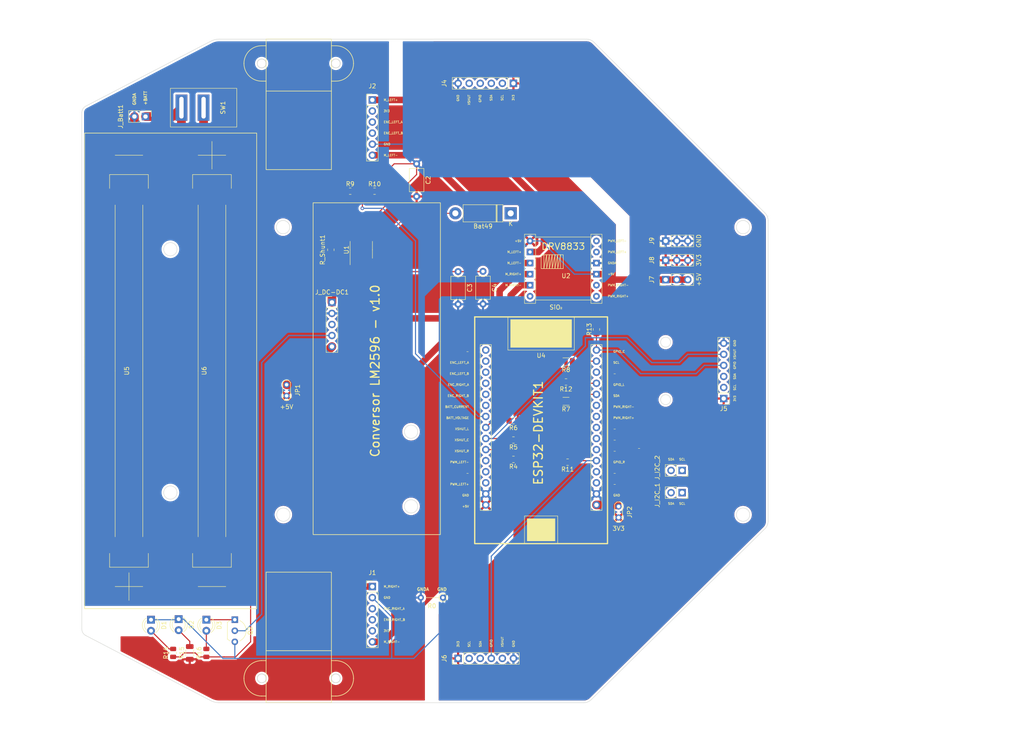
<source format=kicad_pcb>
(kicad_pcb (version 20211014) (generator pcbnew)
  (layers (0 "F.Cu" signal) (1 "In1.Cu" signal) (2 "In2.Cu" signal) (31 "B.Cu" signal) (34 "B.Paste" user) (35 "F.Paste" user) (36 "B.SilkS" user "B.Silkscreen") (37 "F.SilkS" user "F.Silkscreen") (38 "B.Mask" user) (39 "F.Mask" user) (44 "Edge.Cuts" user))
  (net 0 "")
  (net 1 "+BATT")
  (net 2 "GND")
  (net 3 "+5V")
  (net 4 "Net-(C3-Pad1)")
  (net 5 "VDC")
  (net 6 "Net-(JP2-Pad1)")
  (net 7 "/BATTERY_VOLTAGE")
  (net 8 "/PWM_LEFT-")
  (net 9 "/M_RIGHT-")
  (net 10 "/ENC_RIGHT_B")
  (net 11 "/ENC_RIGHT_A")
  (net 12 "/M_RIGHT+")
  (net 13 "+3V3")
  (net 14 "/GPIO1_L")
  (net 15 "/SDA")
  (net 16 "/SCL")
  (net 17 "/XSHUT_L")
  (net 18 "/GPIO1_C")
  (net 19 "/XSHUT_C")
  (net 20 "/GPIO1_R")
  (net 21 "/XSHUT_R")
  (net 22 "/PWM_LEFT+")
  (net 23 "VCC")
  (net 24 "/BATTERY_CURRENT")
  (net 26 "/PWM_RIGHT+")
  (net 27 "/PWM_RIGHT-")
  (net 28 "-BATT")
  (net 29 "Net-(D1-Pad2)")
  (net 30 "/M_LEFT+")
  (net 31 "/M_LEFT-")
  (net 32 "Net-(D2-Pad2)")
  (net 34 "/ENC_LEFT_B")
  (net 35 "/ENC_LEFT_A")
  (net 37 "Net-(D3-Pad2)")
  (net 40 "Net-(JP1-Pad2)")
  (net 44 "Net-(D3-Pad1)")
  (net 46 "/Vbe")
  (net 47 "/Vce")
  (net 48 "GNDA")
  (footprint "TestPoint:TestPoint_2Pads_Pitch2.54mm_Drill0.8mm" (layer "F.Cu") (at 77.47 109.855 90)
    (fp_text reference "JP1")
    (fp_text value "Jumper_2_Open")
  )
  (footprint "TFG:SPDT Switch" (layer "F.Cu") (at 58.42 43.688)
    (fp_text reference "SW1")
    (fp_text value "SW_SPST")
  )
  (footprint "Connector_PinHeader_2.54mm:PinHeader_1x06_P2.54mm_Vertical" (layer "F.Cu") (at 97.155 153.67)
    (fp_text reference "J1")
    (fp_text value "Motor_Right")
  )
  (footprint "Connector_PinHeader_2.54mm:PinHeader_1x03_P2.54mm_Vertical" (layer "F.Cu") (at 164.48 74.295 90)
    (fp_text reference "J9")
    (fp_text value "Conn_01x03")
  )
  (footprint "Connector_PinHeader_2.54mm:PinHeader_1x03_P2.54mm_Vertical" (layer "F.Cu") (at 164.48 83.185 90)
    (fp_text reference "J7")
    (fp_text value "Conn_01x03")
  )
  (footprint "Resistor_SMD:R_0805_2012Metric" (layer "F.Cu") (at 51.435 168.91 90)
    (fp_text reference "R14")
    (fp_text value "300")
  )
  (footprint "Package_TO_SOT_THT:TO-92L_Inline_Wide" (layer "F.Cu") (at 65.59 161.28 -90)
    (fp_text reference "Q2")
    (fp_text value "Q_NMOS_DGS")
  )
  (footprint "TFG:DRV8833" (layer "F.Cu") (at 141.605 80.645)
    (fp_text reference "U2")
    (fp_text value "DRV8833")
  )
  (footprint "TFG:ESP32 DevKit-V1" (layer "F.Cu") (at 135.89 117.14)
    (fp_text reference "U4")
    (fp_text value "Esp32-DevKit-V1")
  )
  (footprint "Resistor_SMD:R_0805_2012Metric" (layer "F.Cu") (at 87.63 76.327 -90)
    (fp_text reference "R_Shunt1")
    (fp_text value "0.075 Ohm")
  )
  (footprint "Package_SO:SOIC-8_3.9x4.9mm_P1.27mm" (layer "F.Cu") (at 94.615 76.327 90)
    (fp_text reference "U1")
    (fp_text value "INA270")
  )
  (footprint "Resistor_SMD:R_0805_2012Metric" (layer "F.Cu") (at 59.055 168.91 90)
    (fp_text reference "R16")
    (fp_text value "300")
  )
  (footprint "TFG:BatteryHolder_18650" (layer "F.Cu") (at 41.295 104.14 90)
    (fp_text reference "U5")
    (fp_text value "BatteryHolder_18650")
  )
  (footprint "TFG:BatteryHolder_18650" (layer "F.Cu") (at 60.345 104.14 -90)
    (fp_text reference "U6")
    (fp_text value "BatteryHolder_18650")
  )
  (footprint "Resistor_SMD:R_0805_2012Metric_Pad1.20x1.40mm_HandSolder" (layer "F.Cu") (at 129.54 115.57 180)
    (fp_text reference "R6")
    (fp_text value "9.1k")
  )
  (footprint "Connector_PinHeader_2.54mm:PinHeader_1x02_P2.54mm_Vertical" (layer "F.Cu") (at 45.09 45.72 -90)
    (fp_text reference "J_Batt1")
    (fp_text value "Conn_01x02")
  )
  (footprint "TestPoint:TestPoint_2Pads_Pitch2.54mm_Drill0.8mm" (layer "F.Cu") (at 153.67 135.275 -90)
    (fp_text reference "JP2")
    (fp_text value "Jumper_2_Open")
  )
  (footprint "Connector_PinHeader_2.54mm:PinHeader_1x03_P2.54mm_Vertical" (layer "F.Cu") (at 164.48 78.74 90)
    (fp_text reference "J8")
    (fp_text value "Conn_01x03")
  )
  (footprint "Resistor_SMD:R_1206_3216Metric" (layer "F.Cu") (at 141.605 102.0572 180)
    (fp_text reference "R8")
    (fp_text value "1.8k")
  )
  (footprint "Capacitor_THT:C_Axial_L5.1mm_D3.1mm_P7.50mm_Horizontal" (layer "F.Cu") (at 122.555 81.28 -90)
    (fp_text reference "C4")
    (fp_text value "100 nF")
  )
  (footprint "Connector_PinSocket_2.54mm:PinSocket_1x02_P2.54mm_Vertical" (layer "F.Cu") (at 168.255 127 -90)
    (fp_text reference "J_I2C_2")
    (fp_text value "Conn_01x02")
  )
  (footprint "Resistor_SMD:R_0805_2012Metric_Pad1.20x1.40mm_HandSolder" (layer "F.Cu") (at 129.54 124.46 180)
    (fp_text reference "R4")
    (fp_text value "9.1k")
  )
  (footprint "Connector_PinHeader_2.54mm:PinHeader_1x06_P2.54mm_Vertical" (layer "F.Cu") (at 129.54 38.1 -90)
    (fp_text reference "J4")
    (fp_text value "Left_VL53L0X")
  )
  (footprint "LED_THT:LED_D3.0mm" (layer "F.Cu") (at 52.705 161.158 -90)
    (fp_text reference "D2")
    (fp_text value "LED")
  )
  (footprint "Resistor_SMD:R_0805_2012Metric_Pad1.20x1.40mm_HandSolder" (layer "F.Cu") (at 148.59 94.615 90)
    (fp_text reference "R13")
    (fp_text value "9.1k")
  )
  (footprint "Resistor_SMD:R_1206_3216Metric" (layer "F.Cu") (at 141.605 111.125 180)
    (fp_text reference "R7")
    (fp_text value "1.8k")
  )
  (footprint "Diode_THT:D_5W_P12.70mm_Horizontal" (layer "F.Cu") (at 128.905 67.945 180)
    (fp_text reference "Bat49")
    (fp_text value "D_Schottky")
  )
  (footprint "Resistor_SMD:R_1206_3216Metric" (layer "F.Cu") (at 55.245 168.91 90)
    (fp_text reference "R15")
    (fp_text value "150")
  )
  (footprint "LED_THT:LED_D3.0mm" (layer "F.Cu") (at 59.055 161.285 -90)
    (fp_text reference "D3")
    (fp_text value "LED")
  )
  (footprint "Resistor_SMD:R_0805_2012Metric_Pad1.20x1.40mm_HandSolder" (layer "F.Cu") (at 97.663 62.865)
    (fp_text reference "R10")
    (fp_text value "18,2k")
  )
  (footprint "Resistor_SMD:R_0805_2012Metric_Pad1.20x1.40mm_HandSolder" (layer "F.Cu") (at 141.605 106.68 180)
    (fp_text reference "R12")
    (fp_text value "9.1k")
  )
  (footprint "Resistor_THT:R_Axial_DIN0204_L3.6mm_D1.6mm_P5.08mm_Vertical" (layer "F.Cu") (at 113.361 156.21 180)
    (fp_text reference "R0")
    (fp_text value "0")
  )
  (footprint "Resistor_SMD:R_0805_2012Metric_Pad1.20x1.40mm_HandSolder" (layer "F.Cu") (at 92.075 62.865)
    (fp_text reference "R9")
    (fp_text value "62k")
  )
  (footprint "Connector_PinSocket_2.54mm:PinSocket_1x02_P2.54mm_Vertical" (layer "F.Cu") (at 168.255 132.105 -90)
    (fp_text reference "J_I2C_1")
    (fp_text value "Conn_01x02")
  )
  (footprint "Resistor_SMD:R_0805_2012Metric_Pad1.20x1.40mm_HandSolder" (layer "F.Cu") (at 141.97 125.095 180)
    (fp_text reference "R11")
    (fp_text value "9.1k")
  )
  (footprint "Capacitor_THT:C_Axial_L5.1mm_D3.1mm_P7.50mm_Horizontal" (layer "F.Cu") (at 107.315 56.575 -90)
    (fp_text reference "C2")
    (fp_text value "10 nF")
  )
  (footprint "Connector_PinHeader_2.54mm:PinHeader_1x06_P2.54mm_Vertical" (layer "F.Cu") (at 97.155 41.91)
    (fp_text reference "J2")
    (fp_text value "Motor_Left")
  )
  (footprint "Resistor_SMD:R_0805_2012Metric_Pad1.20x1.40mm_HandSolder" (layer "F.Cu") (at 129.54 120.015 180)
    (fp_text reference "R5")
    (fp_text value "9.1k")
  )
  (footprint "Connector_PinHeader_2.54mm:PinHeader_1x05_P2.54mm_Vertical" (layer "F.Cu") (at 87.884 88.392)
    (fp_text reference "J_DC-DC1")
    (fp_text value "Conn_01x05")
  )
  (footprint "Connector_PinHeader_2.54mm:PinHeader_1x06_P2.54mm_Vertical" (layer "F.Cu") (at 116.84 170.18 90)
    (fp_text reference "J6")
    (fp_text value "Right_VL53L0X")
  )
  (footprint "Capacitor_THT:C_Axial_L5.1mm_D3.1mm_P7.50mm_Horizontal" (layer "F.Cu") (at 116.84 81.34 -90)
    (fp_text reference "C3")
    (fp_text value "10 nF")
  )
  (footprint "Connector_PinHeader_2.54mm:PinHeader_1x06_P2.54mm_Vertical" (layer "F.Cu") (at 177.8 110.49 180)
    (fp_text reference "J5")
    (fp_text value "Center_VL53L0X")
  )
  (footprint "LED_THT:LED_D3.0mm" (layer "F.Cu") (at 46.355 161.29 -90)
    (fp_text reference "D1")
    (fp_text value "LED")
  )
  (footprint "Graphics:Charging_Buck" (layer "B.Cu") (at 84.328 104.14 90)
    (fp_text reference "G***" hide)
    (fp_text value "LOGO" hide)
  )
  (gr_arc (start 71.755 37.592) (mid 68.881318 36.401682) (end 67.691 33.528) (layer "F.SilkS") (width 0.15))
  (gr_arc (start 67.691 33.528) (mid 68.881318 30.654318) (end 71.755 29.464) (layer "F.SilkS") (width 0.15))
  (gr_rect (start 31.115 49.53) (end 70.612 158.75) (layer "F.SilkS") (width 0.15) (fill none))
  (gr_rect (start 72.771 27.94) (end 87.757 57.912) (layer "F.SilkS") (width 0.15) (fill none))
  (gr_line (start 72.771 39.878) (end 87.757 39.878) (layer "F.SilkS") (width 0.15))
  (gr_rect (start 83.566 65.532) (end 112.776 141.732) (layer "F.SilkS") (width 0.15) (fill none))
  (gr_line (start 71.755 170.688) (end 72.771 170.688) (layer "F.SilkS") (width 0.15))
  (gr_line (start 88.773 170.688) (end 87.757 170.688) (layer "F.SilkS") (width 0.15))
  (gr_line (start 71.755 29.464) (end 72.771 29.464) (layer "F.SilkS") (width 0.15))
  (gr_arc (start 92.837 174.752) (mid 91.646682 177.625682) (end 88.773 178.816) (layer "F.SilkS") (width 0.15))
  (gr_line (start 88.773 37.592) (end 87.757 37.592) (layer "F.SilkS") (width 0.15))
  (gr_arc (start 88.773 29.464) (mid 91.646682 30.654318) (end 92.837 33.528) (layer "F.SilkS") (width 0.15))
  (gr_arc (start 88.773 170.688) (mid 91.646682 171.878318) (end 92.837 174.752) (layer "F.SilkS") (width 0.15))
  (gr_line (start 88.773 178.816) (end 87.757 178.816) (layer "F.SilkS") (width 0.15))
  (gr_line (start 88.773 29.464) (end 87.757 29.464) (layer "F.SilkS") (width 0.15))
  (gr_line (start 87.757 168.402) (end 72.771 168.402) (layer "F.SilkS") (width 0.15))
  (gr_line (start 71.755 178.816) (end 72.771 178.816) (layer "F.SilkS") (width 0.15))
  (gr_line (start 71.755 37.592) (end 72.771 37.592) (layer "F.SilkS") (width 0.15))
  (gr_arc (start 67.691 174.752) (mid 68.881318 171.878318) (end 71.755 170.688) (layer "F.SilkS") (width 0.15))
  (gr_arc (start 92.837 33.528) (mid 91.646682 36.401682) (end 88.773 37.592) (layer "F.SilkS") (width 0.15))
  (gr_arc (start 71.755 178.816) (mid 68.881318 177.625682) (end 67.691 174.752) (layer "F.SilkS") (width 0.15))
  (gr_rect (start 87.757 180.34) (end 72.771 150.368) (layer "F.SilkS") (width 0.15) (fill none))
  (gr_arc (start 183.493508 70.246044) (mid 183.698495 70.661826) (end 183.768999 71.12) (layer "Edge.Cuts") (width 0.1))
  (gr_line (start 147.4216 179.6288) (end 187.2488 140.4112) (layer "Edge.Cuts") (width 0.1))
  (gr_arc (start 72.791 174.752) (mid 70.836339 175.140808) (end 72.49342 174.03358) (layer "Edge.Cuts") (width 0.15))
  (gr_arc (start 165.608 97.539165) (mid 163.352577 97.801775) (end 165.48733 97.028) (layer "Edge.Cuts") (width 0.1))
  (gr_arc (start 107.293508 117.236043) (mid 107.498495 117.651825) (end 107.568999 118.109999) (layer "Edge.Cuts") (width 0.1))
  (gr_arc (start 62.0014 180.34) (mid 61.00435 180.221883) (end 60.062497 179.87407) (layer "Edge.Cuts") (width 0.1))
  (gr_arc (start 52.048508 75.326043) (mid 52.253495 75.741825) (end 52.323999 76.199999) (layer "Edge.Cuts") (width 0.1))
  (gr_arc (start 165.608 110.744) (mid 163.352577 111.00661) (end 165.48733 110.232835) (layer "Edge.Cuts") (width 0.1))
  (gr_arc (start 165.487329 97.028) (mid 165.577422 97.276558) (end 165.607999 97.539165) (layer "Edge.Cuts") (width 0.1))
  (gr_arc (start 77.917151 70.246045) (mid 78.122138 70.661827) (end 78.192642 71.120001) (layer "Edge.Cuts") (width 0.1))
  (gr_line (start 30.48 44.831) (end 30.483913 163.449) (layer "Edge.Cuts") (width 0.1))
  (gr_line (start 60.071 28.4226) (end 31.410465 43.314041) (layer "Edge.Cuts") (width 0.1))
  (gr_line (start 187.2742 67.8688) (end 148.028209 28.654191) (layer "Edge.Cuts") (width 0.1))
  (gr_arc (start 72.49342 174.03358) (mid 72.713661 174.363194) (end 72.790999 174.752) (layer "Edge.Cuts") (width 0.15))
  (gr_arc (start 52.324 132.079999) (mid 49.346504 132.538175) (end 52.048509 131.206043) (layer "Edge.Cuts") (width 0.1))
  (gr_arc (start 187.2742 67.8688) (mid 187.80252 68.66128) (end 187.9854 69.596) (layer "Edge.Cuts") (width 0.1))
  (gr_arc (start 107.569 135.254999) (mid 104.591504 135.713175) (end 107.293509 134.381043) (layer "Edge.Cuts") (width 0.1))
  (gr_arc (start 147.4216 179.6288) (mid 146.629154 180.158296) (end 145.6944 180.344229) (layer "Edge.Cuts") (width 0.1))
  (gr_arc (start 183.769 137.16) (mid 180.791504 137.618176) (end 183.493509 136.286044) (layer "Edge.Cuts") (width 0.1))
  (gr_line (start 146.304 27.94) (end 62.0014 27.94) (layer "Edge.Cuts") (width 0.1))
  (gr_line (start 62.0014 180.34) (end 145.6944 180.344229) (layer "Edge.Cuts") (width 0.1))
  (gr_arc (start 52.324 76.199999) (mid 49.346504 76.658175) (end 52.048509 75.326043) (layer "Edge.Cuts") (width 0.1))
  (gr_arc (start 78.2574 137.159999) (mid 75.279904 137.618175) (end 77.981909 136.286043) (layer "Edge.Cuts") (width 0.1))
  (gr_arc (start 89.789 33.528) (mid 87.834339 33.916808) (end 89.49142 32.80958) (layer "Edge.Cuts") (width 0.15))
  (gr_arc (start 107.569 118.109999) (mid 104.591504 118.568175) (end 107.293509 117.236043) (layer "Edge.Cuts") (width 0.1))
  (gr_arc (start 89.789 174.752) (mid 87.834339 175.140808) (end 89.49142 174.03358) (layer "Edge.Cuts") (width 0.15))
  (gr_arc (start 52.048508 131.206043) (mid 52.253495 131.621825) (end 52.323999 132.079999) (layer "Edge.Cuts") (width 0.1))
  (gr_arc (start 72.47342 32.80958) (mid 72.693661 33.139194) (end 72.770999 33.528) (layer "Edge.Cuts") (width 0.15))
  (gr_arc (start 30.48 44.831) (mid 30.731148 43.941206) (end 31.410465 43.314041) (layer "Edge.Cuts") (width 0.1))
  (gr_arc (start 89.49142 32.80958) (mid 89.711661 33.139194) (end 89.788999 33.528) (layer "Edge.Cuts") (width 0.15))
  (gr_arc (start 89.49142 174.03358) (mid 89.711661 174.363194) (end 89.788999 174.752) (layer "Edge.Cuts") (width 0.15))
  (gr_line (start 187.98 68.58) (end 187.98 68.58) (layer "Edge.Cuts") (width 0.1))
  (gr_line (start 187.98 68.58) (end 187.98 68.58) (layer "Edge.Cuts") (width 0.1))
  (gr_arc (start 31.3944 164.922199) (mid 30.729904 164.314925) (end 30.483913 163.449) (layer "Edge.Cuts") (width 0.1))
  (gr_line (start 187.9854 138.684) (end 187.9854 69.596) (layer "Edge.Cuts") (width 0.1))
  (gr_arc (start 183.493508 136.286044) (mid 183.698495 136.701826) (end 183.768999 137.16) (layer "Edge.Cuts") (width 0.1))
  (gr_arc (start 165.487329 110.232835) (mid 165.577422 110.481393) (end 165.607999 110.744) (layer "Edge.Cuts") (width 0.1))
  (gr_arc (start 72.771 33.528) (mid 70.816339 33.916808) (end 72.47342 32.80958) (layer "Edge.Cuts") (width 0.15))
  (gr_arc (start 77.981908 136.286043) (mid 78.186895 136.701825) (end 78.257399 137.159999) (layer "Edge.Cuts") (width 0.1))
  (gr_arc (start 78.192643 71.120001) (mid 75.215147 71.578177) (end 77.917152 70.246045) (layer "Edge.Cuts") (width 0.1))
  (gr_arc (start 146.304 27.94) (mid 147.237135 28.125612) (end 148.028209 28.654191) (layer "Edge.Cuts") (width 0.1))
  (gr_arc (start 187.9854 138.684) (mid 187.793561 139.622856) (end 187.2488 140.4112) (layer "Edge.Cuts") (width 0.1))
  (gr_line (start 31.3944 164.922199) (end 60.062497 179.87407) (layer "Edge.Cuts") (width 0.1))
  (gr_arc (start 183.769 71.12) (mid 180.791504 71.578176) (end 183.493509 70.246044) (layer "Edge.Cuts") (width 0.1))
  (gr_arc (start 60.071 28.4226) (mid 61.007025 28.064602) (end 62.0014 27.94) (layer "Edge.Cuts") (width 0.1))
  (gr_arc (start 107.293508 134.381043) (mid 107.498495 134.796825) (end 107.568999 135.254999) (layer "Edge.Cuts") (width 0.1))
  (gr_text "ENC_LEFT_A\n" (at 99.695 46.99) (layer "F.SilkS") (effects (font (size 0.5 0.5) (thickness 0.1)) (justify left)))
  (gr_text "PWM_LEFT+" (at 151.13 76.835) (layer "F.SilkS") (effects (font (size 0.5 0.5) (thickness 0.1)) (justify left)))
  (gr_text "-" (at 152.4 120.015) (layer "F.SilkS") (effects (font (size 0.5 0.5) (thickness 0.1)) (justify left)))
  (gr_text "-" (at 152.4 130.175) (layer "F.SilkS") (effects (font (size 0.5 0.5) (thickness 0.1)) (justify left)))
  (gr_text "PWM_RIGHT-" (at 151.13 84.455) (layer "F.SilkS") (effects (font (size 0.5 0.5) (thickness 0.1)) (justify left)))
  (gr_text "GND" (at 180.34 97.79 90) (layer "F.SilkS") (effects (font (size 0.5 0.5) (thickness 0.1))))
  (gr_text "SDA" (at 165.735 124.46) (layer "F.SilkS") (effects (font (size 0.5 0.5) (thickness 0.1))))
  (gr_text "3V3" (at 153.67 140.335) (layer "F.SilkS") (effects (font (size 1 1))))
  (gr_text "R" (at 140.5128 89.789) (layer "F.SilkS") (effects (font (size 0.5 0.5) (thickness 0.075))))
  (gr_text "PWM_RIGHT+" (at 152.4 114.935) (layer "F.SilkS") (effects (font (size 0.5 0.5) (thickness 0.1)) (justify left)))
  (gr_text "3V3\n" (at 99.695 163.83) (layer "F.SilkS") (effects (font (size 0.5 0.5) (thickness 0.1)) (justify left)))
  (gr_text "ENC_LEFT_B\n" (at 99.695 49.53) (layer "F.SilkS") (effects (font (size 0.5 0.5) (thickness 0.1)) (justify left)))
  (gr_text "SCL" (at 152.4 102.235) (layer "F.SilkS") (effects (font (size 0.5 0.5) (thickness 0.1)) (justify left)))
  (gr_text "PWM_RIGHT-" (at 152.4 112.395) (layer "F.SilkS") (effects (font (size 0.5 0.5) (thickness 0.1)) (justify left)))
  (gr_text "XSHUT_C\n" (at 119.38 120.015) (layer "F.SilkS") (effects (font (size 0.5 0.5) (thickness 0.1)) (justify right)))
  (gr_text "GND\n" (at 99.695 52.07) (layer "F.SilkS") (effects (font (size 0.5 0.5) (thickness 0.1)) (justify left)))
  (gr_text "-" (at 131.445 86.995) (layer "F.SilkS") (effects (font (size 0.5 0.5) (thickness 0.1)) (justify right)))
  (gr_text "M_RIGHT-" (at 99.695 166.37) (layer "F.SilkS") (effects (font (size 0.5 0.5) (thickness 0.1)) (justify left)))
  (gr_text "GND" (at 172.085 74.295 90) (layer "F.SilkS") (effects (font (size 1 1))))
  (gr_text "GND" (at 129.57 167.64 90) (layer "F.SilkS") (effects (font (size 0.5 0.5) (thickness 0.1)) (justify left)))
  (gr_text "+5V" (at 151.13 81.915) (layer "F.SilkS") (effects (font (size 0.5 0.5) (thickness 0.1)) (justify left)))
  (gr_text "3V3\n" (at 99.695 44.45) (layer "F.SilkS") (effects (font (size 0.5 0.5) (thickness 0.1)) (justify left)))
  (gr_text "GPIO\n" (at 124.46 167.64 90) (layer "F.SilkS") (effects (font (size 0.5 0.5) (thickness 0.1)) (justify left)))
  (gr_text "+5V" (at 119.38 135.255) (layer "F.SilkS") (effects (font (size 0.5 0.5) (thickness 0.1)) (justify right)))
  (gr_text "M_LEFT-" (at 99.695 54.61) (layer "F.SilkS") (effects (font (size 0.5 0.5) (thickness 0.1)) (justify left)))
  (gr_text "GND\n" (at 99.695 156.21) (layer "F.SilkS") (effects (font (size 0.5 0.5) (thickness 0.1)) (justify left)))
  (gr_text "SDA" (at 152.4 109.855) (layer "F.SilkS") (effects (font (size 0.5 0.5) (thickness 0.1)) (justify left)))
  (gr_text "-" (at 152.4 104.775) (layer "F.SilkS") (effects (font (size 0.5 0.5) (thickness 0.1)) (justify left)))
  (gr_text "SDA\n" (at 121.95 167.64 90) (layer "F.SilkS") (effects (font (size 0.5 0.5) (thickness 0.1)) (justify left)))
  (gr_text "ENC_LEFT_B\n" (at 119.38 104.775) (layer "F.SilkS") (effects (font (size 0.5 0.5) (thickness 0.1)) (justify right)))
  (gr_text "PWM_RIGHT+" (at 151.13 86.995) (layer "F.SilkS") (effects (font (size 0.5 0.5) (thickness 0.1)) (justify left)))
  (gr_text "XSHUT\n" (at 127 167.64 90) (layer "F.SilkS") (effects (font (size 0.5 0.5) (thickness 0.1)) (justify left)))
  (gr_text "PWM_LEFT+" (at 119.38 130.175) (layer "F.SilkS") (effects (font (size 0.5 0.5) (thickness 0.1)) (justify right)))
  (gr_text "M_RIGHT+" (at 99.695 153.67) (layer "F.SilkS") (effects (font (size 0.5 0.5) (thickness 0.1)) (justify left)))
  (gr_text "ENC_RIGHT_A\n" (at 119.38 107.315) (layer "F.SilkS") (effects (font (size 0.5 0.5) (thickness 0.1)) (justify right)))
  (gr_text "3V3\n" (at 129.51 40.64 90) (layer "F.SilkS") (effects (font (size 0.5 0.5) (thickness 0.1)) (justify right)))
  (gr_text "-" (at 152.4 122.555) (layer "F.SilkS") (effects (font (size 0.5 0.5) (thickness 0.1)) (justify left)))
  (gr_text "PWM_LEFT-" (at 151.13 74.295) (layer "F.SilkS") (effects (font (size 0.5 0.5) (thickness 0.1)) (justify left)))
  (gr_text "3V3\n" (at 180.34 110.49 90) (layer "F.SilkS") (effects (font (size 0.5 0.5) (thickness 0.1))))
  (gr_text "XSHUT\n" (at 119.35 40.64 90) (layer "F.SilkS") (effects (font (size 0.5 0.5) (thickness 0.1)) (justify right)))
  (gr_text "-" (at 119.38 127.635) (layer "F.SilkS") (effects (font (size 0.5 0.5) (thickness 0.1)) (justify right)))
  (gr_text "GNDA" (at 107.315 154.305) (layer "F.SilkS") (effects (font (size 0.7 0.7)) (justify left)))
  (gr_text "M_LEFT-" (at 131.445 79.375) (layer "F.SilkS") (effects (font (size 0.5 0.5) (thickness 0.1)) (justify right)))
  (gr_text "SCL\n" (at 126.97 40.64 90) (layer "F.SilkS") (effects (font (size 0.5 0.5) (thickness 0.1)) (justify right)))
  (gr_text "-" (at 152.4 117.475) (layer "F.SilkS") (effects (font (size 0.5 0.5) (thickness 0.1)) (justify left)))
  (gr_text "-" (at 158.75 121.92) (layer "F.SilkS") (effects (font (size 0.5 0.5) (thickness 0.1)) (justify right)))
  (gr_text "3V3\n" (at 116.84 167.64 90) (layer "F.SilkS") (effects (font (size 0.5 0.5) (thickness 0.1)) (justify left)))
  (gr_text "SCL" (at 168.275 124.46) (layer "F.SilkS") (effects (font (size 0.5 0.5) (thickness 0.1))))
  (gr_text "SiO" (at 139.065 89.535) (layer "F.SilkS") (effects (font (size 1 1))))
  (gr_text "GPIO_R" (at 152.4 125.095) (layer "F.SilkS") (effects (font (size 0.5 0.5) (thickness 0.1)) (justify left)))
  (gr_text "GPIO\n" (at 180.34 102.87 90) (layer "F.SilkS") (effects (font (size 0.5 0.5) (thickness 0.1))))
  (gr_text "+5V" (at 172.085 83.185 90) (layer "F.SilkS") (effects (font (size 1 1))))
  (gr_text "XSHUT_L\n" (at 119.38 117.475) (layer "F.SilkS") (effects (font (size 0.5 0.5) (thickness 0.1)) (justify right)))
  (gr_text "SCL\n" (at 119.38 167.64 90) (layer "F.SilkS") (effects (font (size 0.5 0.5) (thickness 0.1)) (justify left)))
  (gr_text "GND" (at 114.3 154.305) (layer "F.SilkS") (effects (font (size 0.7 0.7)) (justify right)))
  (gr_text "SDA\n" (at 124.43 40.64 90) (layer "F.SilkS") (effects (font (size 0.5 0.5) (thickness 0.1)) (justify right)))
  (gr_text "ESP32-DEVKIT1" (at 135.255 118.39 90) (layer "F.SilkS") (effects (font (size 2 2) (thickness 0.3))))
  (gr_text "PWM_LEFT-" (at 119.38 125.095) (layer "F.SilkS") (effects (font (size 0.5 0.5) (thickness 0.1)) (justify right)))
  (gr_text "BATT_CURRENT" (at 119.38 112.395) (layer "F.SilkS") (effects (font (size 0.5 0.5) (thickness 0.1)) (justify right)))
  (gr_text "XSHUT\n" (at 180.34 100.33 90) (layer "F.SilkS") (effects (font (size 0.5 0.5) (thickness 0.1))))
  (gr_text "GPIO_C" (at 152.4 99.695) (layer "F.SilkS") (effects (font (size 0.5 0.5) (thickness 0.1)) (justify left)))
  (gr_text "GNDA\n" (at 42.545 43.18 90) (layer "F.SilkS") (effects (font (size 0.7 0.7)) (justify left)))
  (gr_text "ENC_RIGHT_B\n" (at 119.38 109.855) (layer "F.SilkS") (effects (font (size 0.5 0.5) (thickness 0.1)) (justify right)))
  (gr_text "SDA\n" (at 180.34 105.41 90) (layer "F.SilkS") (effects (font (size 0.5 0.5) (thickness 0.1))))
  (gr_text "M_LEFT+" (at 99.695 41.91) (layer "F.SilkS") (effects (font (size 0.5 0.5) (thickness 0.1)) (justify left)))
  (gr_text "3V3\n" (at 172.085 78.74 90) (layer "F.SilkS") (effects (font (size 1 1))))
  (gr_text "ENC_RIGHT_B\n" (at 99.695 161.29) (layer "F.SilkS") (effects (font (size 0.5 0.5) (thickness 0.1)) (justify left)))
  (gr_text "M_RIGHT-" (at 131.445 84.455) (layer "F.SilkS") (effects (font (size 0.5 0.5) (thickness 0.1)) (justify right)))
  (gr_text "ENC_LEFT_A\n" (at 119.38 102.235) (layer "F.SilkS") (effects (font (size 0.5 0.5) (thickness 0.1)) (justify right)))
  (gr_text "DRV8833" (at 140.97 75.565) (layer "F.SilkS") (effects (font (size 1.5 1.5) (thickness 0.2))))
  (gr_text "BATT_VOLTAGE" (at 119.38 114.935) (layer "F.SilkS") (effects (font (size 0.5 0.5) (thickness 0.1)) (justify right)))
  (gr_text "M_RIGHT+" (at 131.445 81.915) (layer "F.SilkS") (effects (font (size 0.5 0.5) (thickness 0.1)) (justify right)))
  (gr_text "+BATT" (at 45.085 43.18 90) (layer "F.SilkS") (effects (font (size 0.7 0.7)) (justify left)))
  (gr_text "Conversor LM2596 - v1.0" (at 97.79 104.14 90) (layer "F.SilkS") (effects (font (size 2 2) (thickness 0.3))))
  (gr_text "ENC_RIGHT_A\n" (at 99.695 158.75) (layer "F.SilkS") (effects (font (size 0.5 0.5) (thickness 0.1)) (justify left)))
  (gr_text "SDA" (at 165.735 134.62) (layer "F.SilkS") (effects (font (size 0.5 0.5) (thickness 0.1))))
  (gr_text "+5V" (at 77.47 112.395) (layer "F.SilkS") (effects (font (size 1 1))))
  (gr_text "GPIO_L" (at 152.4 107.315) (layer "F.SilkS") (effects (font (size 0.5 0.5) (thickness 0.1)) (justify left)))
  (gr_text "GND" (at 119.38 132.715) (layer "F.SilkS") (effects (font (size 0.5 0.5) (thickness 0.1)) (justify right)))
  (gr_text "-" (at 152.4 127.635) (layer "F.SilkS") (effects (font (size 0.5 0.5) (thickness 0.1)) (justify left)))
  (gr_text "M_LEFT+" (at 131.445 76.835) (layer "F.SilkS") (effects (font (size 0.5 0.5) (thickness 0.1)) (justify right)))
  (gr_text "SCL\n" (at 180.34 107.95 90) (layer "F.SilkS") (effects (font (size 0.5 0.5) (thickness 0.1))))
  (gr_text "-" (at 119.38 99.695) (layer "F.SilkS") (effects (font (size 0.5 0.5) (thickness 0.1)) (justify right)))
  (gr_text "SCL" (at 168.275 134.62) (layer "F.SilkS") (effects (font (size 0.5 0.5) (thickness 0.1))))
  (gr_text "+5V" (at 131.445 74.295) (layer "F.SilkS") (effects (font (size 0.5 0.5) (thickness 0.1)) (justify right)))
  (gr_text "GPIO\n" (at 121.89 40.64 90) (layer "F.SilkS") (effects (font (size 0.5 0.5) (thickness 0.1)) (justify right)))
  (gr_text "XSHUT_R" (at 119.38 122.555) (layer "F.SilkS") (effects (font (size 0.5 0.5) (thickness 0.1)) (justify right)))
  (gr_text "GND" (at 116.81 40.64 90) (layer "F.SilkS") (effects (font (size 0.5 0.5) (thickness 0.1)) (justify right)))
  (gr_text "GNDA" (at 151.13 79.375) (layer "F.SilkS") (effects (font (size 0.5 0.5) (thickness 0.1)) (justify left)))
  (gr_text "GND" (at 152.4 132.715) (layer "F.SilkS") (effects (font (size 0.5 0.5) (thickness 0.1)) (justify left)))
  (segment (start 59.055 169.8225) (end 63.1425 169.8225) (width 0.25) (layer "F.Cu") (net 1))
  (segment (start 57.4275 169.8225) (end 56.515 168.91) (width 0.25) (layer "F.Cu") (net 1))
  (segment (start 69.215 163.83) (end 69.215 166.37) (width 0.25) (layer "F.Cu") (net 1))
  (segment (start 59.055 169.8225) (end 57.4275 169.8225) (width 0.25) (layer "F.Cu") (net 1))
  (segment (start 69.215 142.24) (end 60.345 133.37) (width 0.25) (layer "F.Cu") (net 1))
  (segment (start 65.7625 169.8225) (end 69.215 166.37) (width 0.25) (layer "F.Cu") (net 1))
  (segment (start 56.515 168.91) (end 53.975 168.91) (width 0.25) (layer "F.Cu") (net 1))
  (segment (start 53.34 55.86) (end 53.34 43.688) (width 2) (layer "F.Cu") (net 1))
  (segment (start 63.1425 169.8225) (end 65.7625 169.8225) (width 0.25) (layer "F.Cu") (net 1))
  (segment (start 53.975 168.91) (end 53.0625 169.8225) (width 0.25) (layer "F.Cu") (net 1))
  (segment (start 60.345 62.865) (end 53.34 55.86) (width 2) (layer "F.Cu") (net 1))
  (segment (start 60.345 133.37) (end 60.345 62.865) (width 0.25) (layer "F.Cu") (net 1))
  (segment (start 51.308 45.72) (end 53.34 43.688) (width 2) (layer "F.Cu") (net 1))
  (segment (start 69.215 163.83) (end 69.215 142.24) (width 0.25) (layer "F.Cu") (net 1))
  (segment (start 45.09 45.72) (end 51.308 45.72) (width 2) (layer "F.Cu") (net 1))
  (segment (start 53.0625 169.8225) (end 51.435 169.8225) (width 0.25) (layer "F.Cu") (net 1))
  (segment (start 98.663 60.087) (end 102.175 56.575) (width 0.25) (layer "F.Cu") (net 2))
  (segment (start 102.175 56.575) (end 107.315 56.575) (width 0.25) (layer "F.Cu") (net 2))
  (segment (start 93.98 72.39) (end 107.315 59.055) (width 0.25) (layer "F.Cu") (net 2))
  (segment (start 98.663 62.865) (end 98.663 60.087) (width 0.25) (layer "F.Cu") (net 2))
  (segment (start 93.98 73.852) (end 93.98 72.39) (width 0.25) (layer "F.Cu") (net 2))
  (segment (start 107.315 59.055) (end 107.315 56.575) (width 0.25) (layer "F.Cu") (net 2))
  (segment (start 93.98 73.852) (end 93.98 78.802) (width 0.25) (layer "F.Cu") (net 2))
  (segment (start 46.355 161.29) (end 52.573 161.29) (width 0.25) (layer "B.Cu") (net 2))
  (segment (start 106.68 170.18) (end 113.361 163.499) (width 0.25) (layer "B.Cu") (net 2))
  (segment (start 97.155 52.07) (end 109.855 52.07) (width 0.25) (layer "B.Cu") (net 2))
  (segment (start 52.705 161.158) (end 53.843 161.158) (width 0.25) (layer "B.Cu") (net 2))
  (segment (start 62.865 170.18) (end 65.659 170.18) (width 0.25) (layer "B.Cu") (net 2))
  (segment (start 109.855 52.07) (end 116.84 45.085) (width 0.25) (layer "B.Cu") (net 2))
  (segment (start 97.155 156.21) (end 101.6 160.655) (width 0.25) (layer "B.Cu") (net 2))
  (segment (start 65.59 170.111) (end 65.659 170.18) (width 0.25) (layer "B.Cu") (net 2))
  (segment (start 116.84 45.085) (end 116.84 38.1) (width 0.25) (layer "B.Cu") (net 2))
  (segment (start 65.59 166.36) (end 65.59 170.111) (width 0.25) (layer "B.Cu") (net 2))
  (segment (start 101.6 160.655) (end 101.6 170.18) (width 0.25) (layer "B.Cu") (net 2))
  (segment (start 113.361 163.499) (end 113.361 156.21) (width 0.25) (layer "B.Cu") (net 2))
  (segment (start 52.573 161.29) (end 52.705 161.158) (width 0.25) (layer "B.Cu") (net 2))
  (segment (start 53.843 161.158) (end 62.865 170.18) (width 0.25) (layer "B.Cu") (net 2))
  (segment (start 65.659 170.18) (end 106.68 170.18) (width 0.25) (layer "B.Cu") (net 2))
  (segment (start 164.48 83.185) (end 167.02 83.185) (width 1.5) (layer "F.Cu") (net 3))
  (segment (start 148.59 81.915) (end 150.495 81.915) (width 1.5) (layer "F.Cu") (net 3))
  (segment (start 151.765 83.185) (end 164.48 83.185) (width 1.5) (layer "F.Cu") (net 3))
  (segment (start 150.495 81.915) (end 151.765 83.185) (width 1.5) (layer "F.Cu") (net 3))
  (segment (start 167.02 83.185) (end 169.56 83.185) (width 1.5) (layer "F.Cu") (net 3))
  (segment (start 143.51 81.915) (end 148.59 81.915) (width 0.25) (layer "B.Cu") (net 3))
  (segment (start 133.35 74.295) (end 135.89 74.295) (width 0.25) (layer "B.Cu") (net 3))
  (segment (start 135.89 74.295) (end 143.51 81.915) (width 0.25) (layer "B.Cu") (net 3))
  (segment (start 96.52 78.802) (end 97.9028 78.802) (width 0.25) (layer "F.Cu") (net 4))
  (segment (start 116.84 81.34) (end 122.495 81.34) (width 0.25) (layer "F.Cu") (net 4))
  (segment (start 95.25 78.802) (end 96.52 78.802) (width 0.25) (layer "F.Cu") (net 4))
  (segment (start 122.495 81.34) (end 122.555 81.28) (width 0.25) (layer "F.Cu") (net 4))
  (segment (start 97.9028 78.802) (end 100.4408 81.34) (width 0.25) (layer "F.Cu") (net 4))
  (segment (start 100.4408 81.34) (end 116.84 81.34) (width 0.25) (layer "F.Cu") (net 4))
  (segment (start 92.71 77.6986) (end 91.56012 76.54872) (width 0.2) (layer "F.Cu") (net 5))
  (segment (start 87.63 77.2395) (end 87.63 82.55) (width 1) (layer "F.Cu") (net 5))
  (segment (start 87.63 82.55) (end 87.884 82.804) (width 1) (layer "F.Cu") (net 5))
  (segment (start 92.71 78.802) (end 92.71 77.6986) (width 0.2) (layer "F.Cu") (net 5))
  (segment (start 87.884 82.804) (end 87.884 88.392) (width 2) (layer "F.Cu") (net 5))
  (segment (start 87.63 76.6572) (end 87.63 77.2395) (width 0.2) (layer "F.Cu") (net 5))
  (segment (start 87.73848 76.54872) (end 87.63 76.6572) (width 0.2) (layer "F.Cu") (net 5))
  (segment (start 91.56012 76.54872) (end 87.73848 76.54872) (width 0.2) (layer "F.Cu") (net 5))
  (segment (start 153.315 134.92) (end 153.67 135.275) (width 0.25) (layer "F.Cu") (net 6))
  (segment (start 148.59 134.92) (end 153.315 134.92) (width 2) (layer "F.Cu") (net 6))
  (segment (start 96.663 62.865) (end 94.869 62.865) (width 0.25) (layer "F.Cu") (net 7))
  (segment (start 94.869 62.865) (end 94.869 66.802) (width 0.25) (layer "F.Cu") (net 7))
  (segment (start 94.869 62.865) (end 93.075 62.865) (width 0.25) (layer "F.Cu") (net 7))
  (via (at 94.869 66.802) (size 0.8) (drill 0.4) (layers "F.Cu" "B.Cu") (net 7))
  (segment (start 99.568 66.802) (end 107.061 74.295) (width 0.25) (layer "B.Cu") (net 7))
  (segment (start 94.869 66.802) (end 99.568 66.802) (width 0.25) (layer "B.Cu") (net 7))
  (segment (start 107.061 100.203) (end 121.458 114.6) (width 0.25) (layer "B.Cu") (net 7))
  (segment (start 107.061 74.295) (end 107.061 100.203) (width 0.25) (layer "B.Cu") (net 7))
  (segment (start 121.458 114.6) (end 123.19 114.6) (width 0.25) (layer "B.Cu") (net 7))
  (segment (start 102.235 147.32) (end 102.235 163.83) (width 1.5) (layer "F.Cu") (net 9))
  (segment (start 99.695 166.37) (end 97.155 166.37) (width 1.5) (layer "F.Cu") (net 9))
  (segment (start 128.905 92.71) (end 127 94.615) (width 1.5) (layer "F.Cu") (net 9))
  (segment (start 96.52 141.605) (end 102.235 147.32) (width 1.5) (layer "F.Cu") (net 9))
  (segment (start 133.35 84.455) (end 131.2672 84.455) (width 1.5) (layer "F.Cu") (net 9))
  (segment (start 116.205 94.615) (end 96.52 114.3) (width 1.5) (layer "F.Cu") (net 9))
  (segment (start 127 94.615) (end 116.205 94.615) (width 1.5) (layer "F.Cu") (net 9))
  (segment (start 102.235 163.83) (end 99.695 166.37) (width 1.5) (layer "F.Cu") (net 9))
  (segment (start 96.52 114.3) (end 96.52 141.605) (width 1.5) (layer "F.Cu") (net 9))
  (segment (start 128.905 86.8172) (end 128.905 92.71) (width 1.5) (layer "F.Cu") (net 9))
  (segment (start 131.2672 84.455) (end 128.905 86.8172) (width 1.5) (layer "F.Cu") (net 9))
  (segment (start 133.35 81.915) (end 130.1496 81.915) (width 1.5) (layer "F.Cu") (net 12))
  (segment (start 90.17 149.225) (end 94.615 153.67) (width 1.5) (layer "F.Cu") (net 12))
  (segment (start 94.615 153.67) (end 97.155 153.67) (width 1.5) (layer "F.Cu") (net 12))
  (segment (start 126.365 85.6996) (end 126.365 90.17) (width 1.5) (layer "F.Cu") (net 12))
  (segment (start 130.1496 81.915) (end 126.365 85.6996) (width 1.5) (layer "F.Cu") (net 12))
  (segment (start 103.505 92.075) (end 90.17 105.41) (width 1.5) (layer "F.Cu") (net 12))
  (segment (start 90.17 105.41) (end 90.17 149.225) (width 1.5) (layer "F.Cu") (net 12))
  (segment (start 124.46 92.075) (end 103.505 92.075) (width 1.5) (layer "F.Cu") (net 12))
  (segment (start 126.365 90.17) (end 124.46 92.075) (width 1.5) (layer "F.Cu") (net 12))
  (segment (start 140.1425 102.0572) (end 140.1478 102.0572) (width 0.25) (layer "F.Cu") (net 13))
  (segment (start 144.907 106.68) (end 145.207 106.98) (width 0.25) (layer "F.Cu") (net 14))
  (segment (start 145.207 106.98) (end 148.59 106.98) (width 0.25) (layer "F.Cu") (net 14))
  (segment (start 142.605 106.68) (end 144.907 106.68) (width 0.25) (layer "F.Cu") (net 14))
  (segment (start 143.0675 111.125) (end 144.907 111.125) (width 0.25) (layer "F.Cu") (net 15))
  (segment (start 144.907 111.125) (end 146.512 109.52) (width 0.25) (layer "F.Cu") (net 15))
  (segment (start 146.512 109.52) (end 148.59 109.52) (width 0.25) (layer "F.Cu") (net 15))
  (segment (start 148.59 101.9) (end 143.2247 101.9) (width 0.25) (layer "F.Cu") (net 16))
  (segment (start 143.2247 101.9) (end 143.0675 102.0572) (width 0.25) (layer "F.Cu") (net 16))
  (segment (start 124.76 115.57) (end 123.19 117.14) (width 0.25) (layer "F.Cu") (net 17))
  (segment (start 128.54 115.57) (end 124.76 115.57) (width 0.25) (layer "F.Cu") (net 17))
  (segment (start 148.59 95.615) (end 148.59 99.36) (width 0.25) (layer "F.Cu") (net 18))
  (segment (start 171.45 104.775) (end 173.355 102.87) (width 0.25) (layer "B.Cu") (net 18))
  (segment (start 153.335 99.36) (end 158.75 104.775) (width 0.25) (layer "B.Cu") (net 18))
  (segment (start 148.59 99.36) (end 153.335 99.36) (width 0.25) (layer "B.Cu") (net 18))
  (segment (start 173.355 102.87) (end 177.8 102.87) (width 0.25) (layer "B.Cu") (net 18))
  (segment (start 158.75 104.775) (end 171.45 104.775) (width 0.25) (layer "B.Cu") (net 18))
  (segment (start 128.205 119.68) (end 128.54 120.015) (width 0.25) (layer "F.Cu") (net 19))
  (segment (start 123.19 119.68) (end 128.205 119.68) (width 0.25) (layer "F.Cu") (net 19))
  (segment (start 124.795 119.68) (end 146.05 98.425) (width 0.25) (layer "B.Cu") (net 19))
  (segment (start 146.05 96.52) (end 155.575 96.52) (width 0.25) (layer "B.Cu") (net 19))
  (segment (start 169.545 100.33) (end 177.8 100.33) (width 0.25) (layer "B.Cu") (net 19))
  (segment (start 123.19 119.68) (end 124.795 119.68) (width 0.25) (layer "B.Cu") (net 19))
  (segment (start 155.575 96.52) (end 161.29 102.235) (width 0.25) (layer "B.Cu") (net 19))
  (segment (start 167.64 102.235) (end 169.545 100.33) (width 0.25) (layer "B.Cu") (net 19))
  (segment (start 161.29 102.235) (end 167.64 102.235) (width 0.25) (layer "B.Cu") (net 19))
  (segment (start 146.05 98.425) (end 146.05 96.52) (width 0.25) (layer "B.Cu") (net 19))
  (segment (start 148.59 124.76) (end 143.305 124.76) (width 0.25) (layer "F.Cu") (net 20))
  (segment (start 143.305 124.76) (end 142.97 125.095) (width 0.25) (layer "F.Cu") (net 20))
  (segment (start 146.385 124.76) (end 125.095 146.05) (width 0.25) (layer "B.Cu") (net 20))
  (segment (start 148.59 124.76) (end 146.385 124.76) (width 0.25) (layer "B.Cu") (net 20))
  (segment (start 124.46 146.685) (end 124.46 170.18) (width 0.25) (layer "B.Cu") (net 20))
  (segment (start 125.095 146.05) (end 124.46 146.685) (width 0.25) (layer "B.Cu") (net 20))
  (segment (start 127.381 124.46) (end 125.141 122.22) (width 0.25) (layer "F.Cu") (net 21))
  (segment (start 128.54 124.46) (end 127.381 124.46) (width 0.25) (layer "F.Cu") (net 21))
  (segment (start 123.19 122.22) (end 125.049 122.22) (width 0.25) (layer "F.Cu") (net 21))
  (segment (start 125.141 122.22) (end 125.049 122.22) (width 0.25) (layer "F.Cu") (net 21))
  (segment (start 91.5162 76.1238) (end 87.7062 76.1238) (width 0.2) (layer "F.Cu") (net 23))
  (segment (start 58.42 48.26) (end 73.025 62.865) (width 2) (layer "F.Cu") (net 23))
  (segment (start 87.63 71.755) (end 87.63 75.4145) (width 1) (layer "F.Cu") (net 23))
  (segment (start 83.439 62.865) (end 81.0895 65.2145) (width 0.25) (layer "F.Cu") (net 23))
  (segment (start 78.74 62.865) (end 81.0895 65.2145) (width 2) (layer "F.Cu") (net 23))
  (segment (start 92.71 74.93) (end 91.5162 76.1238) (width 0.2) (layer "F.Cu") (net 23))
  (segment (start 87.63 76.0476) (end 87.63 75.4145) (width 0.2) (layer "F.Cu") (net 23))
  (segment (start 58.42 43.688) (end 58.42 48.26) (width 2) (layer "F.Cu") (net 23))
  (segment (start 91.075 62.865) (end 83.439 62.865) (width 0.25) (layer "F.Cu") (net 23))
  (segment (start 92.71 73.852) (end 92.71 74.93) (width 0.2) (layer "F.Cu") (net 23))
  (segment (start 87.7062 76.1238) (end 87.63 76.0476) (width 0.2) (layer "F.Cu") (net 23))
  (segment (start 73.025 62.865) (end 78.74 62.865) (width 2) (layer "F.Cu") (net 23))
  (segment (start 81.0895 65.2145) (end 87.63 71.755) (width 2) (layer "F.Cu") (net 23))
  (segment (start 99.6808 73.852) (end 105.5878 67.945) (width 0.2) (layer "F.Cu") (net 24))
  (segment (start 105.5878 67.945) (end 116.205 67.945) (width 0.2) (layer "F.Cu") (net 24))
  (segment (start 96.52 73.852) (end 99.6808 73.852) (width 0.2) (layer "F.Cu") (net 24))
  (segment (start 41.295 145.415) (end 60.345 145.415) (width 2) (layer "F.Cu") (net 28))
  (segment (start 51.435 167.9975) (end 50.5225 167.9975) (width 0.25) (layer "F.Cu") (net 29))
  (segment (start 50.5225 167.9975) (end 46.355 163.83) (width 0.25) (layer "F.Cu") (net 29))
  (segment (start 133.35 76.835) (end 135.255 76.835) (width 1.5) (layer "F.Cu") (net 30))
  (segment (start 112.395 41.91) (end 97.155 41.91) (width 1.5) (layer "F.Cu") (net 30))
  (segment (start 135.255 76.835) (end 136.525 75.565) (width 1.5) (layer "F.Cu") (net 30))
  (segment (start 136.525 75.565) (end 136.525 66.04) (width 1.5) (layer "F.Cu") (net 30))
  (segment (start 136.525 66.04) (end 112.395 41.91) (width 1.5) (layer "F.Cu") (net 30))
  (segment (start 109.22 54.61) (end 97.155 54.61) (width 1.5) (layer "F.Cu") (net 31))
  (segment (start 127 79.375) (end 125.73 78.105) (width 1.5) (layer "F.Cu") (net 31))
  (segment (start 125.73 71.12) (end 109.22 54.61) (width 1.5) (layer "F.Cu") (net 31))
  (segment (start 125.73 78.105) (end 125.73 71.12) (width 1.5) (layer "F.Cu") (net 31))
  (segment (start 133.35 79.375) (end 127 79.375) (width 1.5) (layer "F.Cu") (net 31))
  (segment (start 55.245 166.238) (end 52.705 163.698) (width 0.25) (layer "F.Cu") (net 32))
  (segment (start 55.245 167.4475) (end 55.245 166.238) (width 0.25) (layer "F.Cu") (net 32))
  (segment (start 59.055 167.9975) (end 59.055 163.825) (width 0.25) (layer "F.Cu") (net 37))
  (segment (start 77.47 107.315) (end 79.121 107.315) (width 2) (layer "F.Cu") (net 40))
  (segment (start 79.121 107.315) (end 87.884 98.552) (width 2) (layer "F.Cu") (net 40))
  (segment (start 65.585 161.285) (end 65.59 161.28) (width 0.25) (layer "F.Cu") (net 44))
  (segment (start 59.055 161.285) (end 65.585 161.285) (width 0.25) (layer "F.Cu") (net 44))
  (segment (start 71.755 102.235) (end 77.978 96.012) (width 0.25) (layer "B.Cu") (net 47))
  (segment (start 65.59 163.82) (end 67.955 163.82) (width 0.25) (layer "B.Cu") (net 47))
  (segment (start 71.755 160.02) (end 71.755 102.235) (width 0.25) (layer "B.Cu") (net 47))
  (segment (start 67.955 163.82) (end 71.755 160.02) (width 0.25) (layer "B.Cu") (net 47))
  (segment (start 77.978 96.012) (end 87.884 96.012) (width 0.25) (layer "B.Cu") (net 47))
  (segment (start 42.55 61.61) (end 41.295 62.865) (width 2) (layer "F.Cu") (net 48))
  (segment (start 42.55 45.72) (end 42.55 61.61) (width 2) (layer "F.Cu") (net 48))
  (zone (net 3) (net_name "+5V") (layer "F.Cu") (connect_pads (clearance 0.508)) (min_thickness 0.254) (fill yes (thermal_gap 0.508) (thermal_bridge_width 0.508))
    (polygon (pts (xy 107.95 43.18) (xy 119.38 54.61) (xy 137.16 54.61) (xy 153.035 70.485) (xy 153.035 90.17) (xy 139.065 90.17) (xy 126.365 102.87) (xy 126.365 140.97) (xy 109.22 158.115) (xy 109.22 180.34) (xy 70.485 180.34) (xy 60.96 180.34) (xy 39.37 168.91) (xy 39.37 165.1) (xy 70.485 165.1) (xy 70.485 27.94) (xy 107.95 27.94)))
  )
  (zone (net 13) (net_name "+3V3") (layer "F.Cu") (connect_pads (clearance 0.508)) (min_thickness 0.254) (fill yes (thermal_gap 0.508) (thermal_bridge_width 0.508))
    (polygon (pts (xy 187.96 68.58) (xy 187.96 139.7) (xy 146.685 180.34) (xy 112.395 180.34) (xy 112.395 160.02) (xy 129.54 142.875) (xy 129.54 104.775) (xy 140.97 93.345) (xy 156.21 93.345) (xy 156.21 68.58) (xy 139.065 51.435) (xy 121.285 51.435) (xy 111.125 41.275) (xy 111.125 27.94) (xy 147.32 27.94)))
  )
  (zone (net 2) (net_name "GND") (layer "B.Cu") (connect_pads (clearance 0.508)) (min_thickness 0.254) (fill yes (thermal_gap 0.508) (thermal_bridge_width 0.508))
    (polygon (pts (xy 187.96 68.58) (xy 187.96 139.7) (xy 146.685 180.34) (xy 112.395 180.34) (xy 112.395 160.02) (xy 112.395 87.63) (xy 113.03 86.995) (xy 123.19 86.995) (xy 151.765 86.995) (xy 156.21 81.915) (xy 156.21 68.58) (xy 147.32 59.69) (xy 109.22 59.69) (xy 104.14 54.61) (xy 104.14 27.94) (xy 147.32 27.94)))
  )
  (zone (net 48) (net_name "GNDA") (layer "B.Cu") (connect_pads (clearance 0.508)) (min_thickness 0.254) (fill yes (thermal_gap 0.508) (thermal_bridge_width 0.508))
    (polygon (pts (xy 100.965 56.515) (xy 107.315 62.865) (xy 145.415 62.865) (xy 153.035 70.485) (xy 153.035 81.28) (xy 150.495 83.82) (xy 123.825 83.82) (xy 112.395 83.82) (xy 109.22 86.995) (xy 109.22 158.115) (xy 109.22 169.545) (xy 70.485 169.545) (xy 70.485 158.115) (xy 30.48 158.115) (xy 30.48 43.815) (xy 60.96 27.94) (xy 100.965 27.94)))
  )
)
</source>
